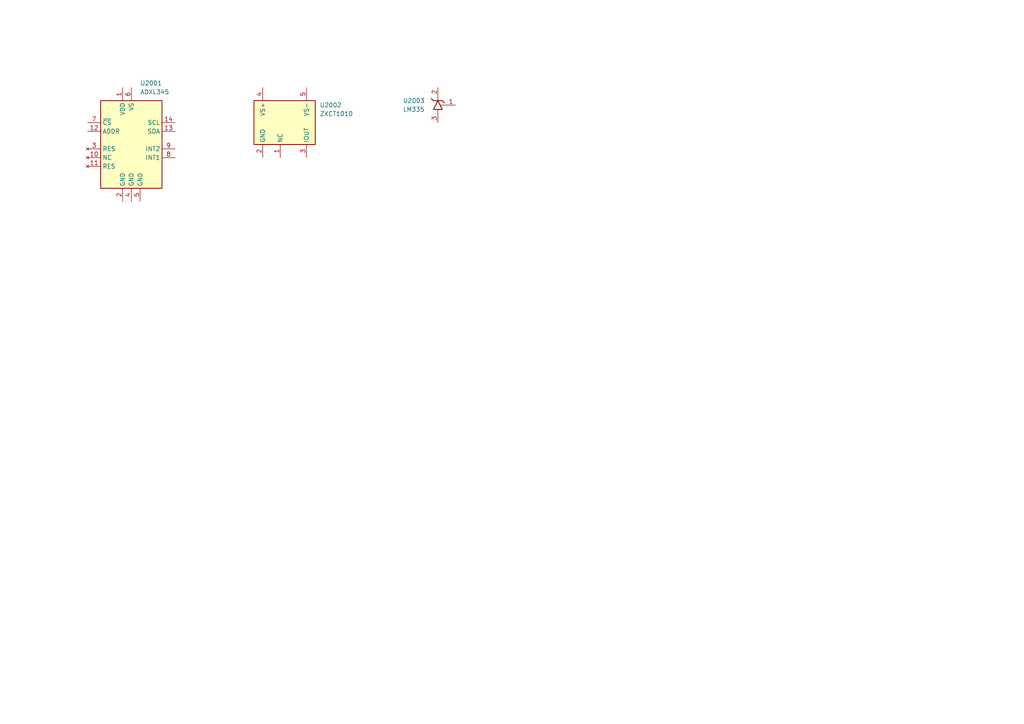
<source format=kicad_sch>
(kicad_sch
	(version 20250114)
	(generator "eeschema")
	(generator_version "9.0")
	(uuid "102fccce-09e1-4ca5-9ece-1f5e015cc6a0")
	(paper "A4")
	(title_block
		(title "Integrated circuits")
		(date "2026-01-06")
		(rev "1")
		(comment 1 "-")
		(comment 2 "-")
	)
	(lib_symbols
		(symbol "lily_symbols:ic_accelerometer_ADXL345_lga14"
			(exclude_from_sim no)
			(in_bom yes)
			(on_board yes)
			(property "Reference" "U"
				(at 15.24 11.43 0)
				(effects
					(font
						(size 1.27 1.27)
					)
					(justify left)
				)
			)
			(property "Value" "ADXL345"
				(at 15.24 8.89 0)
				(effects
					(font
						(size 1.27 1.27)
					)
					(justify left)
				)
			)
			(property "Footprint" "lily_footprints:lga14_pitch0.8_3x5mm"
				(at 12.7 -40.64 0)
				(effects
					(font
						(size 1.27 1.27)
					)
					(hide yes)
				)
			)
			(property "Datasheet" "https://lilytronics.github.io/lily_kicad_lib/datasheets/analog_devices/ADXL345.pdf"
				(at 12.7 -53.34 0)
				(effects
					(font
						(size 1.27 1.27)
					)
					(hide yes)
				)
			)
			(property "Description" ""
				(at 0 0 0)
				(effects
					(font
						(size 1.27 1.27)
					)
					(hide yes)
				)
			)
			(property "Revision" "1"
				(at 12.7 -35.56 0)
				(effects
					(font
						(size 1.27 1.27)
					)
					(hide yes)
				)
			)
			(property "Status" "Active"
				(at 12.7 -38.1 0)
				(effects
					(font
						(size 1.27 1.27)
					)
					(hide yes)
				)
			)
			(property "Manufacturer" "Analog Devices"
				(at 12.7 -43.18 0)
				(effects
					(font
						(size 1.27 1.27)
					)
					(hide yes)
				)
			)
			(property "Manufacturer_ID" " ADXL345BCCZ"
				(at 12.7 -45.72 0)
				(effects
					(font
						(size 1.27 1.27)
					)
					(hide yes)
				)
			)
			(property "Lily_ID" "NO_ID"
				(at 12.7 -48.26 0)
				(effects
					(font
						(size 1.27 1.27)
					)
					(hide yes)
				)
			)
			(property "JLCPCB_ID" "C579457"
				(at 12.7 -50.8 0)
				(effects
					(font
						(size 1.27 1.27)
					)
					(hide yes)
				)
			)
			(symbol "ic_accelerometer_ADXL345_lga14_0_1"
				(rectangle
					(start 3.81 6.35)
					(end 21.59 -19.05)
					(stroke
						(width 0.254)
						(type default)
					)
					(fill
						(type background)
					)
				)
			)
			(symbol "ic_accelerometer_ADXL345_lga14_1_1"
				(pin input line
					(at 0 0 0)
					(length 3.81)
					(name "~{CS}"
						(effects
							(font
								(size 1.27 1.27)
							)
						)
					)
					(number "7"
						(effects
							(font
								(size 1.27 1.27)
							)
						)
					)
				)
				(pin bidirectional line
					(at 0 -2.54 0)
					(length 3.81)
					(name "ADDR"
						(effects
							(font
								(size 1.27 1.27)
							)
						)
					)
					(number "12"
						(effects
							(font
								(size 1.27 1.27)
							)
						)
					)
				)
				(pin no_connect line
					(at 0 -7.62 0)
					(length 3.81)
					(name "RES"
						(effects
							(font
								(size 1.27 1.27)
							)
						)
					)
					(number "3"
						(effects
							(font
								(size 1.27 1.27)
							)
						)
					)
				)
				(pin no_connect line
					(at 0 -10.16 0)
					(length 3.81)
					(name "NC"
						(effects
							(font
								(size 1.27 1.27)
							)
						)
					)
					(number "10"
						(effects
							(font
								(size 1.27 1.27)
							)
						)
					)
				)
				(pin no_connect line
					(at 0 -12.7 0)
					(length 3.81)
					(name "RES"
						(effects
							(font
								(size 1.27 1.27)
							)
						)
					)
					(number "11"
						(effects
							(font
								(size 1.27 1.27)
							)
						)
					)
				)
				(pin power_in line
					(at 10.16 10.16 270)
					(length 3.81)
					(name "VDD"
						(effects
							(font
								(size 1.27 1.27)
							)
						)
					)
					(number "1"
						(effects
							(font
								(size 1.27 1.27)
							)
						)
					)
				)
				(pin power_in line
					(at 10.16 -22.86 90)
					(length 3.81)
					(name "GND"
						(effects
							(font
								(size 1.27 1.27)
							)
						)
					)
					(number "2"
						(effects
							(font
								(size 1.27 1.27)
							)
						)
					)
				)
				(pin power_in line
					(at 12.7 10.16 270)
					(length 3.81)
					(name "VS"
						(effects
							(font
								(size 1.27 1.27)
							)
						)
					)
					(number "6"
						(effects
							(font
								(size 1.27 1.27)
							)
						)
					)
				)
				(pin power_in line
					(at 12.7 -22.86 90)
					(length 3.81)
					(name "GND"
						(effects
							(font
								(size 1.27 1.27)
							)
						)
					)
					(number "4"
						(effects
							(font
								(size 1.27 1.27)
							)
						)
					)
				)
				(pin power_in line
					(at 15.24 -22.86 90)
					(length 3.81)
					(name "GND"
						(effects
							(font
								(size 1.27 1.27)
							)
						)
					)
					(number "5"
						(effects
							(font
								(size 1.27 1.27)
							)
						)
					)
				)
				(pin bidirectional line
					(at 25.4 0 180)
					(length 3.81)
					(name "SCL"
						(effects
							(font
								(size 1.27 1.27)
							)
						)
					)
					(number "14"
						(effects
							(font
								(size 1.27 1.27)
							)
						)
					)
				)
				(pin bidirectional line
					(at 25.4 -2.54 180)
					(length 3.81)
					(name "SDA"
						(effects
							(font
								(size 1.27 1.27)
							)
						)
					)
					(number "13"
						(effects
							(font
								(size 1.27 1.27)
							)
						)
					)
				)
				(pin output line
					(at 25.4 -7.62 180)
					(length 3.81)
					(name "INT2"
						(effects
							(font
								(size 1.27 1.27)
							)
						)
					)
					(number "9"
						(effects
							(font
								(size 1.27 1.27)
							)
						)
					)
				)
				(pin output line
					(at 25.4 -10.16 180)
					(length 3.81)
					(name "INT1"
						(effects
							(font
								(size 1.27 1.27)
							)
						)
					)
					(number "8"
						(effects
							(font
								(size 1.27 1.27)
							)
						)
					)
				)
			)
			(embedded_fonts no)
		)
		(symbol "lily_symbols:ic_current_sense_high_side_ZXCT1010_sot23-5"
			(exclude_from_sim no)
			(in_bom yes)
			(on_board yes)
			(property "Reference" "U"
				(at 16.51 -5.08 0)
				(effects
					(font
						(size 1.27 1.27)
					)
					(justify left)
				)
			)
			(property "Value" "ZXCT1010"
				(at 16.51 -7.62 0)
				(effects
					(font
						(size 1.27 1.27)
					)
					(justify left)
				)
			)
			(property "Footprint" "lily_footprints:sot23-5"
				(at 5.08 -35.56 0)
				(effects
					(font
						(size 1.27 1.27)
					)
					(hide yes)
				)
			)
			(property "Datasheet" "https://lilytronics.github.io/lily_kicad_lib/datasheets/diodes_incorporated/ZXCT1010.pdf"
				(at 5.08 -48.26 0)
				(effects
					(font
						(size 1.27 1.27)
					)
					(hide yes)
				)
			)
			(property "Description" ""
				(at 0 0 0)
				(effects
					(font
						(size 1.27 1.27)
					)
					(hide yes)
				)
			)
			(property "Revision" "1"
				(at 5.08 -30.48 0)
				(effects
					(font
						(size 1.27 1.27)
					)
					(hide yes)
				)
			)
			(property "Status" "Active"
				(at 5.08 -33.02 0)
				(effects
					(font
						(size 1.27 1.27)
					)
					(hide yes)
				)
			)
			(property "Manufacturer" "Diodes Incorporated"
				(at 5.08 -38.1 0)
				(effects
					(font
						(size 1.27 1.27)
					)
					(hide yes)
				)
			)
			(property "Manufacturer_ID" "ZXCT1010E5TA"
				(at 5.08 -40.64 0)
				(effects
					(font
						(size 1.27 1.27)
					)
					(hide yes)
				)
			)
			(property "Lily_ID" "NO_ID"
				(at 5.08 -43.18 0)
				(effects
					(font
						(size 1.27 1.27)
					)
					(hide yes)
				)
			)
			(property "JLCPCB_ID" "C14151"
				(at 5.08 -45.72 0)
				(effects
					(font
						(size 1.27 1.27)
					)
					(hide yes)
				)
			)
			(symbol "ic_current_sense_high_side_ZXCT1010_sot23-5_0_1"
				(rectangle
					(start -2.54 -3.81)
					(end 15.24 -16.51)
					(stroke
						(width 0.254)
						(type default)
					)
					(fill
						(type background)
					)
				)
			)
			(symbol "ic_current_sense_high_side_ZXCT1010_sot23-5_1_1"
				(pin input line
					(at 0 0 270)
					(length 3.81)
					(name "VS+"
						(effects
							(font
								(size 1.27 1.27)
							)
						)
					)
					(number "4"
						(effects
							(font
								(size 1.27 1.27)
							)
						)
					)
				)
				(pin power_in line
					(at 0 -20.32 90)
					(length 3.81)
					(name "GND"
						(effects
							(font
								(size 1.27 1.27)
							)
						)
					)
					(number "2"
						(effects
							(font
								(size 1.27 1.27)
							)
						)
					)
				)
				(pin input line
					(at 5.08 -20.32 90)
					(length 3.81)
					(name "NC"
						(effects
							(font
								(size 1.27 1.27)
							)
						)
					)
					(number "1"
						(effects
							(font
								(size 1.27 1.27)
							)
						)
					)
				)
				(pin input line
					(at 12.7 0 270)
					(length 3.81)
					(name "VS-"
						(effects
							(font
								(size 1.27 1.27)
							)
						)
					)
					(number "5"
						(effects
							(font
								(size 1.27 1.27)
							)
						)
					)
				)
				(pin output line
					(at 12.7 -20.32 90)
					(length 3.81)
					(name "IOUT"
						(effects
							(font
								(size 1.27 1.27)
							)
						)
					)
					(number "3"
						(effects
							(font
								(size 1.27 1.27)
							)
						)
					)
				)
			)
			(embedded_fonts no)
		)
		(symbol "lily_symbols:ic_sensor_temperature_LM335_to92"
			(pin_names
				(offset 1.016)
				(hide yes)
			)
			(exclude_from_sim no)
			(in_bom yes)
			(on_board yes)
			(property "Reference" "U"
				(at -10.16 -3.81 0)
				(effects
					(font
						(size 1.27 1.27)
					)
					(justify left)
				)
			)
			(property "Value" "LM335"
				(at -10.16 -6.35 0)
				(effects
					(font
						(size 1.27 1.27)
					)
					(justify left)
				)
			)
			(property "Footprint" "lily_footprints:to92"
				(at 0 -22.86 0)
				(effects
					(font
						(size 1.27 1.27)
					)
					(hide yes)
				)
			)
			(property "Datasheet" "https://lilytronics.github.io/lily_kicad_lib/datasheets/stmicroelectronics/LM335.pdf"
				(at 0 -35.56 0)
				(effects
					(font
						(size 1.27 1.27)
					)
					(hide yes)
				)
			)
			(property "Description" ""
				(at 0 0 0)
				(effects
					(font
						(size 1.27 1.27)
					)
					(hide yes)
				)
			)
			(property "Revision" "1"
				(at 0 -17.78 0)
				(effects
					(font
						(size 1.27 1.27)
					)
					(hide yes)
				)
			)
			(property "Status" "Active"
				(at 0 -20.32 0)
				(effects
					(font
						(size 1.27 1.27)
					)
					(hide yes)
				)
			)
			(property "Manufacturer" "STMicroelectronics"
				(at 0 -25.4 0)
				(effects
					(font
						(size 1.27 1.27)
					)
					(hide yes)
				)
			)
			(property "Manufacturer_ID" "LM335Z"
				(at 0 -27.94 0)
				(effects
					(font
						(size 1.27 1.27)
					)
					(hide yes)
				)
			)
			(property "Lily_ID" "NO_ID"
				(at 0 -30.48 0)
				(effects
					(font
						(size 1.27 1.27)
					)
					(hide yes)
				)
			)
			(property "JLCPCB_ID" "C10629"
				(at 0 -33.02 0)
				(effects
					(font
						(size 1.27 1.27)
					)
					(hide yes)
				)
			)
			(symbol "ic_sensor_temperature_LM335_to92_0_1"
				(polyline
					(pts
						(xy -1.27 -3.81) (xy -1.905 -3.175)
					)
					(stroke
						(width 0.254)
						(type default)
					)
					(fill
						(type none)
					)
				)
				(polyline
					(pts
						(xy -1.27 -6.35) (xy 1.27 -6.35) (xy 0 -3.81) (xy -1.27 -6.35)
					)
					(stroke
						(width 0.254)
						(type default)
					)
					(fill
						(type none)
					)
				)
				(polyline
					(pts
						(xy 0 -2.54) (xy 0 -3.81)
					)
					(stroke
						(width 0)
						(type default)
					)
					(fill
						(type none)
					)
				)
				(polyline
					(pts
						(xy 0 -7.62) (xy 0 -6.35)
					)
					(stroke
						(width 0)
						(type default)
					)
					(fill
						(type none)
					)
				)
				(polyline
					(pts
						(xy 1.27 -3.81) (xy -1.27 -3.81)
					)
					(stroke
						(width 0.254)
						(type default)
					)
					(fill
						(type none)
					)
				)
				(polyline
					(pts
						(xy 1.27 -3.81) (xy 1.905 -4.445)
					)
					(stroke
						(width 0.254)
						(type default)
					)
					(fill
						(type none)
					)
				)
				(polyline
					(pts
						(xy 2.54 -5.08) (xy 0.762 -5.08)
					)
					(stroke
						(width 0)
						(type default)
					)
					(fill
						(type none)
					)
				)
			)
			(symbol "ic_sensor_temperature_LM335_to92_1_1"
				(pin passive line
					(at 0 0 270)
					(length 2.54)
					(name ""
						(effects
							(font
								(size 1.27 1.27)
							)
						)
					)
					(number "2"
						(effects
							(font
								(size 1.27 1.27)
							)
						)
					)
				)
				(pin passive line
					(at 0 -10.16 90)
					(length 2.54)
					(name ""
						(effects
							(font
								(size 1.27 1.27)
							)
						)
					)
					(number "3"
						(effects
							(font
								(size 1.27 1.27)
							)
						)
					)
				)
				(pin passive line
					(at 5.08 -5.08 180)
					(length 2.54)
					(name ""
						(effects
							(font
								(size 1.27 1.27)
							)
						)
					)
					(number "1"
						(effects
							(font
								(size 1.27 1.27)
							)
						)
					)
				)
			)
			(embedded_fonts no)
		)
	)
	(symbol
		(lib_id "lily_symbols:ic_accelerometer_ADXL345_lga14")
		(at 25.4 35.56 0)
		(unit 1)
		(exclude_from_sim no)
		(in_bom yes)
		(on_board yes)
		(dnp no)
		(uuid "0ef0e216-2f50-4d5d-9271-8d46d0b94603")
		(property "Reference" "U2001"
			(at 40.64 24.13 0)
			(effects
				(font
					(size 1.27 1.27)
				)
				(justify left)
			)
		)
		(property "Value" "ADXL345"
			(at 40.64 26.67 0)
			(effects
				(font
					(size 1.27 1.27)
				)
				(justify left)
			)
		)
		(property "Footprint" "lily_footprints:lga14_pitch0.8_3x5mm"
			(at 38.1 76.2 0)
			(effects
				(font
					(size 1.27 1.27)
				)
				(hide yes)
			)
		)
		(property "Datasheet" "https://lilytronics.github.io/lily_kicad_lib/datasheets/analog_devices/ADXL345.pdf"
			(at 38.1 88.9 0)
			(effects
				(font
					(size 1.27 1.27)
				)
				(hide yes)
			)
		)
		(property "Description" ""
			(at 25.4 35.56 0)
			(effects
				(font
					(size 1.27 1.27)
				)
				(hide yes)
			)
		)
		(property "Revision" "1"
			(at 38.1 71.12 0)
			(effects
				(font
					(size 1.27 1.27)
				)
				(hide yes)
			)
		)
		(property "Status" "Active"
			(at 38.1 73.66 0)
			(effects
				(font
					(size 1.27 1.27)
				)
				(hide yes)
			)
		)
		(property "Manufacturer" "Analog Devices"
			(at 38.1 78.74 0)
			(effects
				(font
					(size 1.27 1.27)
				)
				(hide yes)
			)
		)
		(property "Manufacturer_ID" " ADXL345BCCZ"
			(at 38.1 81.28 0)
			(effects
				(font
					(size 1.27 1.27)
				)
				(hide yes)
			)
		)
		(property "Lily_ID" "NO_ID"
			(at 38.1 83.82 0)
			(effects
				(font
					(size 1.27 1.27)
				)
				(hide yes)
			)
		)
		(property "JLCPCB_ID" "C579457"
			(at 38.1 86.36 0)
			(effects
				(font
					(size 1.27 1.27)
				)
				(hide yes)
			)
		)
		(pin "11"
			(uuid "d4699ed6-12a6-49b6-af37-16d19fef7870")
		)
		(pin "10"
			(uuid "dc22246b-07ee-4f2e-91b6-3a273aaabf84")
		)
		(pin "1"
			(uuid "0d6dd260-ac14-41b1-a8ae-59c26869b242")
		)
		(pin "4"
			(uuid "e037ed3c-6036-43a2-b0fa-9098dcf525cc")
		)
		(pin "5"
			(uuid "635f1b32-bbfd-4dc3-9b98-4322be0b4b7b")
		)
		(pin "12"
			(uuid "0a46b1b7-a528-47fe-a997-a040e08a2c21")
		)
		(pin "7"
			(uuid "9398565c-9fe6-4259-8064-cdb62529e487")
		)
		(pin "3"
			(uuid "81a004f7-b0a5-483d-81f3-72d2b639ce18")
		)
		(pin "2"
			(uuid "174528b8-066f-4576-9640-1ee59bd056eb")
		)
		(pin "6"
			(uuid "7d1e31c9-d7d1-49e9-adea-a0e4d2a4c005")
		)
		(pin "13"
			(uuid "d219f90a-3d8b-44a0-9562-c01d835e5ad8")
		)
		(pin "14"
			(uuid "2f21129f-d60c-42a9-97fa-b827955baeb3")
		)
		(pin "9"
			(uuid "8bbf81a9-ec31-464e-b790-43081ba47b74")
		)
		(pin "8"
			(uuid "81b31ee0-6545-49b9-babe-7cdcf65047ac")
		)
		(instances
			(project ""
				(path "/e63e39d7-6ac0-4ffd-8aa3-1841a4541b55/11447c1d-12bc-4b1f-be42-30d1ccb690a0"
					(reference "U2001")
					(unit 1)
				)
			)
		)
	)
	(symbol
		(lib_id "lily_symbols:ic_sensor_temperature_LM335_to92")
		(at 127 25.4 0)
		(unit 1)
		(exclude_from_sim no)
		(in_bom yes)
		(on_board yes)
		(dnp no)
		(uuid "a29a7c81-5f96-4727-b323-5a250e537956")
		(property "Reference" "U2003"
			(at 116.84 29.21 0)
			(effects
				(font
					(size 1.27 1.27)
				)
				(justify left)
			)
		)
		(property "Value" "LM335"
			(at 116.84 31.75 0)
			(effects
				(font
					(size 1.27 1.27)
				)
				(justify left)
			)
		)
		(property "Footprint" "lily_footprints:to92"
			(at 127 48.26 0)
			(effects
				(font
					(size 1.27 1.27)
				)
				(hide yes)
			)
		)
		(property "Datasheet" "https://lilytronics.github.io/lily_kicad_lib/datasheets/stmicroelectronics/LM335.pdf"
			(at 127 60.96 0)
			(effects
				(font
					(size 1.27 1.27)
				)
				(hide yes)
			)
		)
		(property "Description" ""
			(at 127 25.4 0)
			(effects
				(font
					(size 1.27 1.27)
				)
				(hide yes)
			)
		)
		(property "Revision" "1"
			(at 127 43.18 0)
			(effects
				(font
					(size 1.27 1.27)
				)
				(hide yes)
			)
		)
		(property "Status" "Active"
			(at 127 45.72 0)
			(effects
				(font
					(size 1.27 1.27)
				)
				(hide yes)
			)
		)
		(property "Manufacturer" "STMicroelectronics"
			(at 127 50.8 0)
			(effects
				(font
					(size 1.27 1.27)
				)
				(hide yes)
			)
		)
		(property "Manufacturer_ID" "LM335Z"
			(at 127 53.34 0)
			(effects
				(font
					(size 1.27 1.27)
				)
				(hide yes)
			)
		)
		(property "Lily_ID" "NO_ID"
			(at 127 55.88 0)
			(effects
				(font
					(size 1.27 1.27)
				)
				(hide yes)
			)
		)
		(property "JLCPCB_ID" "C10629"
			(at 127 58.42 0)
			(effects
				(font
					(size 1.27 1.27)
				)
				(hide yes)
			)
		)
		(pin "1"
			(uuid "8bd676c9-58d4-4da9-90eb-c0320a043626")
		)
		(pin "3"
			(uuid "21a61e93-b085-4daf-bd88-b592c3094622")
		)
		(pin "2"
			(uuid "00db69eb-a3dc-4dbf-93b9-68b4ffad2175")
		)
		(instances
			(project ""
				(path "/e63e39d7-6ac0-4ffd-8aa3-1841a4541b55/11447c1d-12bc-4b1f-be42-30d1ccb690a0"
					(reference "U2003")
					(unit 1)
				)
			)
		)
	)
	(symbol
		(lib_id "lily_symbols:ic_current_sense_high_side_ZXCT1010_sot23-5")
		(at 76.2 25.4 0)
		(unit 1)
		(exclude_from_sim no)
		(in_bom yes)
		(on_board yes)
		(dnp no)
		(uuid "f10bb47b-edd6-4b00-bc1c-f4b2a2afaf7b")
		(property "Reference" "U2002"
			(at 92.71 30.48 0)
			(effects
				(font
					(size 1.27 1.27)
				)
				(justify left)
			)
		)
		(property "Value" "ZXCT1010"
			(at 92.71 33.02 0)
			(effects
				(font
					(size 1.27 1.27)
				)
				(justify left)
			)
		)
		(property "Footprint" "lily_footprints:sot23-5"
			(at 81.28 60.96 0)
			(effects
				(font
					(size 1.27 1.27)
				)
				(hide yes)
			)
		)
		(property "Datasheet" "https://lilytronics.github.io/lily_kicad_lib/datasheets/diodes_incorporated/ZXCT1010.pdf"
			(at 81.28 73.66 0)
			(effects
				(font
					(size 1.27 1.27)
				)
				(hide yes)
			)
		)
		(property "Description" ""
			(at 76.2 25.4 0)
			(effects
				(font
					(size 1.27 1.27)
				)
				(hide yes)
			)
		)
		(property "Revision" "1"
			(at 81.28 55.88 0)
			(effects
				(font
					(size 1.27 1.27)
				)
				(hide yes)
			)
		)
		(property "Status" "Active"
			(at 81.28 58.42 0)
			(effects
				(font
					(size 1.27 1.27)
				)
				(hide yes)
			)
		)
		(property "Manufacturer" "Diodes Incorporated"
			(at 81.28 63.5 0)
			(effects
				(font
					(size 1.27 1.27)
				)
				(hide yes)
			)
		)
		(property "Manufacturer_ID" "ZXCT1010E5TA"
			(at 81.28 66.04 0)
			(effects
				(font
					(size 1.27 1.27)
				)
				(hide yes)
			)
		)
		(property "Lily_ID" "NO_ID"
			(at 81.28 68.58 0)
			(effects
				(font
					(size 1.27 1.27)
				)
				(hide yes)
			)
		)
		(property "JLCPCB_ID" "C14151"
			(at 81.28 71.12 0)
			(effects
				(font
					(size 1.27 1.27)
				)
				(hide yes)
			)
		)
		(pin "2"
			(uuid "a8eeae13-a3f9-4d08-8256-2d3be4eea907")
		)
		(pin "4"
			(uuid "9b9dbd7b-4061-41dd-8d9f-09ce109e6169")
		)
		(pin "5"
			(uuid "7894e9e9-4f4d-403a-b7eb-5eb1aad80ab7")
		)
		(pin "1"
			(uuid "c04b51df-d967-4180-86b2-77dffcc08ef2")
		)
		(pin "3"
			(uuid "e96ce6ca-9780-4ce9-98cb-a1e4c8282cf6")
		)
		(instances
			(project ""
				(path "/e63e39d7-6ac0-4ffd-8aa3-1841a4541b55/11447c1d-12bc-4b1f-be42-30d1ccb690a0"
					(reference "U2002")
					(unit 1)
				)
			)
		)
	)
)

</source>
